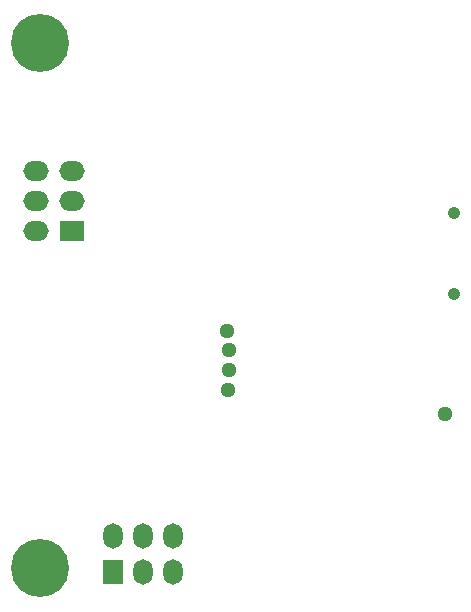
<source format=gbs>
G04 (created by PCBNEW (2013-05-31 BZR 4019)-stable) date 6/2/2014 4:07:52 PM*
%MOIN*%
G04 Gerber Fmt 3.4, Leading zero omitted, Abs format*
%FSLAX34Y34*%
G01*
G70*
G90*
G04 APERTURE LIST*
%ADD10C,0.00590551*%
%ADD11R,0.0847X0.066*%
%ADD12O,0.0847X0.066*%
%ADD13C,0.0414331*%
%ADD14C,0.051*%
%ADD15C,0.1935*%
%ADD16O,0.0650551X0.0847402*%
%ADD17R,0.0650551X0.0847402*%
G04 APERTURE END LIST*
G54D10*
G54D11*
X79813Y-39850D03*
G54D12*
X78617Y-39850D03*
X79813Y-38850D03*
X78617Y-38850D03*
X79813Y-37850D03*
X78617Y-37850D03*
G54D13*
X92532Y-41938D03*
X92532Y-39261D03*
G54D14*
X85020Y-45150D03*
X92230Y-45960D03*
X85040Y-44500D03*
X85030Y-43810D03*
X84980Y-43200D03*
G54D15*
X78750Y-51100D03*
X78750Y-33600D03*
G54D16*
X83190Y-50016D03*
X83190Y-51213D03*
G54D17*
X81190Y-51213D03*
G54D16*
X81190Y-50016D03*
X82190Y-51213D03*
X82190Y-50016D03*
M02*

</source>
